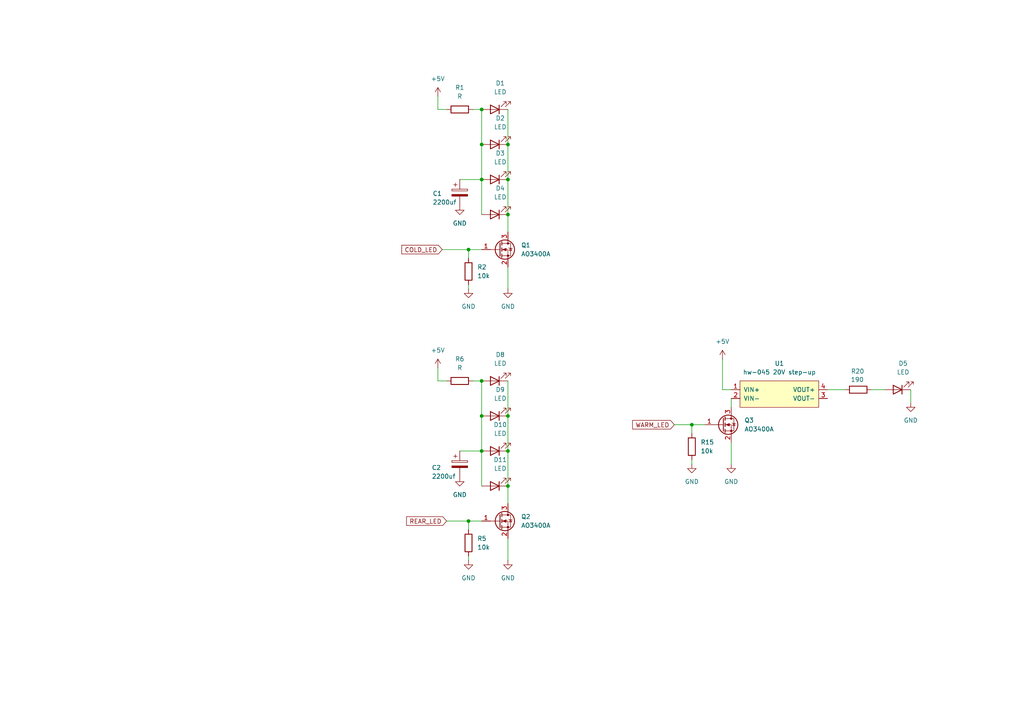
<source format=kicad_sch>
(kicad_sch (version 20231120) (generator "eeschema") (generator_version "8.0")
  (paper "A4")
  (lib_symbols
    (symbol "Device:C_Polarized" (pin_numbers hide) (pin_names (offset 0.254))
      (property "Reference" "C" (at 0.635 2.54 0))
      (property "Value" "C_Polarized" (at 0.635 -2.54 0))
      (symbol "C_Polarized_0_1"
        (rectangle (start -2.286 0.508) (end 2.286 1.016))
        (polyline (pts (xy -1.778 2.286) (xy -0.762 2.286)))
        (polyline (pts (xy -1.27 2.794) (xy -1.27 1.778)))
        (rectangle (start 2.286 -0.508) (end -2.286 -1.016) (fill (type outline)))
      )
      (symbol "C_Polarized_1_1"
        (pin passive line (at 0 3.81 270) (length 2.794) (name "~") (number "1"))
        (pin passive line (at 0 -3.81 90) (length 2.794) (name "~") (number "2"))
      )
    )
    (symbol "Device:LED" (pin_numbers hide) (pin_names (offset 1.016) hide)
      (property "Reference" "D" (at 0 2.54 0))
      (property "Value" "LED" (at 0 -2.54 0))
      (symbol "LED_0_1"
        (polyline (pts (xy -1.27 -1.27) (xy -1.27 1.27)) (stroke (width 0.254)))
        (polyline (pts (xy -1.27 0) (xy 1.27 0)))
        (polyline (pts (xy 1.27 -1.27) (xy 1.27 1.27) (xy -1.27 0) (xy 1.27 -1.27)) (stroke (width 0.254)))
        (polyline (pts (xy -3.048 -0.762) (xy -4.572 -2.286) (xy -3.81 -2.286) (xy -4.572 -2.286) (xy -4.572 -1.524)))
        (polyline (pts (xy -1.778 -0.762) (xy -3.302 -2.286) (xy -2.54 -2.286) (xy -3.302 -2.286) (xy -3.302 -1.524)))
      )
      (symbol "LED_1_1"
        (pin passive line (at -3.81 0 0) (length 2.54) (name "K") (number "1"))
        (pin passive line (at 3.81 0 180) (length 2.54) (name "A") (number "2"))
      )
    )
    (symbol "Device:R" (pin_numbers hide) (pin_names (offset 0))
      (property "Reference" "R" (at 2.032 0 90))
      (property "Value" "R" (at 0 0 90))
      (symbol "R_0_1"
        (rectangle (start -1.016 -2.54) (end 1.016 2.54) (stroke (width 0.254)))
      )
      (symbol "R_1_1"
        (pin passive line (at 0 3.81 270) (length 1.27) (name "~") (number "1"))
        (pin passive line (at 0 -3.81 90) (length 1.27) (name "~") (number "2"))
      )
    )
    (symbol "Transistor_FET:AO3400A" (pin_names hide)
      (property "Reference" "Q" (at 5.08 1.905 0))
      (property "Value" "AO3400A" (at 5.08 0 0))
      (symbol "AO3400A_0_1"
        (polyline (pts (xy 0.254 0) (xy -2.54 0)))
        (polyline (pts (xy 0.254 1.905) (xy 0.254 -1.905)) (stroke (width 0.254)))
        (polyline (pts (xy 0.762 -1.27) (xy 0.762 -2.286)) (stroke (width 0.254)))
        (polyline (pts (xy 0.762 0.508) (xy 0.762 -0.508)) (stroke (width 0.254)))
        (polyline (pts (xy 0.762 2.286) (xy 0.762 1.27)) (stroke (width 0.254)))
        (polyline (pts (xy 2.54 2.54) (xy 2.54 1.778)))
        (polyline (pts (xy 2.54 -2.54) (xy 2.54 0) (xy 0.762 0)))
        (polyline (pts (xy 0.762 -1.778) (xy 3.302 -1.778) (xy 3.302 1.778) (xy 0.762 1.778)))
        (polyline (pts (xy 1.016 0) (xy 2.032 0.381) (xy 2.032 -0.381) (xy 1.016 0)) (fill (type outline)))
        (polyline (pts (xy 2.794 0.508) (xy 2.921 0.381) (xy 3.683 0.381) (xy 3.81 0.254)))
        (polyline (pts (xy 3.302 0.381) (xy 2.921 -0.254) (xy 3.683 -0.254) (xy 3.302 0.381)))
        (circle (center 1.651 0) (radius 2.794) (stroke (width 0.254)))
        (circle (center 2.54 -1.778) (radius 0.254) (fill (type outline)))
        (circle (center 2.54 1.778) (radius 0.254) (fill (type outline)))
      )
      (symbol "AO3400A_1_1"
        (pin input line (at -5.08 0 0) (length 2.54) (name "G") (number "1"))
        (pin passive line (at 2.54 -5.08 90) (length 2.54) (name "S") (number "2"))
        (pin passive line (at 2.54 5.08 270) (length 2.54) (name "D") (number "3"))
      )
    )
    (symbol "hw-045:hw-045" (pin_names (offset 1.016))
      (property "Reference" "U1" (at 1.27 10.16 0))
      (property "Value" "hw-045" (at 1.27 7.62 0))
      (symbol "hw-045_0_1"
        (rectangle (start -10.16 5.08) (end 12.7 -2.54) (fill (type background)))
      )
      (symbol "hw-045_1_1"
        (pin input line (at -12.7 2.54 0) (length 2.54) (name "VIN+") (number "1"))
        (pin input line (at -12.7 0 0) (length 2.54) (name "VIN-") (number "2"))
        (pin output line (at 15.24 0 180) (length 2.54) (name "VOUT-") (number "3"))
        (pin output line (at 15.24 2.54 180) (length 2.54) (name "VOUT+") (number "4"))
      )
    )
    (symbol "power:+5V" (power) (pin_numbers hide) (pin_names (offset 0) hide)
      (property "Value" "+5V" (at 0 3.556 0))
      (symbol "+5V_0_1"
        (polyline (pts (xy -0.762 1.27) (xy 0 2.54)))
        (polyline (pts (xy 0 0) (xy 0 2.54)))
        (polyline (pts (xy 0 2.54) (xy 0.762 1.27)))
      )
      (symbol "+5V_1_1"
        (pin power_in line (at 0 0 90) (length 0) (name "~") (number "1"))
      )
    )
    (symbol "power:GND" (power) (pin_numbers hide) (pin_names (offset 0) hide)
      (property "Value" "GND" (at 0 -3.81 0))
      (symbol "GND_0_1"
        (polyline (pts (xy 0 0) (xy 0 -1.27) (xy 1.27 -1.27) (xy 0 -2.54) (xy -1.27 -1.27) (xy 0 -1.27)))
      )
      (symbol "GND_1_1"
        (pin power_in line (at 0 0 270) (length 0) (name "~") (number "1"))
      )
    )
  )
  (junction (at 147.32 120.65))
  (junction (at 147.32 130.81))
  (junction (at 139.7 31.75))
  (junction (at 139.7 52.07))
  (junction (at 139.7 110.49))
  (junction (at 135.89 151.13))
  (junction (at 135.89 72.39))
  (junction (at 147.32 41.91))
  (junction (at 139.7 130.81))
  (junction (at 139.7 41.91))
  (junction (at 147.32 62.23))
  (junction (at 147.32 52.07))
  (junction (at 200.66 123.19))
  (junction (at 139.7 120.65))
  (junction (at 147.32 140.97))
  (wire (pts (xy 129.54 31.75) (xy 127 31.75)))
  (wire (pts (xy 200.66 133.35) (xy 200.66 134.62)))
  (wire (pts (xy 200.66 123.19) (xy 204.47 123.19)))
  (wire (pts (xy 147.32 41.91) (xy 147.32 52.07)))
  (wire (pts (xy 147.32 162.56) (xy 147.32 156.21)))
  (wire (pts (xy 129.54 110.49) (xy 127 110.49)))
  (wire (pts (xy 127 31.75) (xy 127 27.94)))
  (wire (pts (xy 209.55 104.14) (xy 209.55 113.03)))
  (wire (pts (xy 212.09 115.57) (xy 212.09 118.11)))
  (wire (pts (xy 147.32 31.75) (xy 147.32 41.91)))
  (wire (pts (xy 209.55 113.03) (xy 212.09 113.03)))
  (wire (pts (xy 147.32 146.05) (xy 147.32 140.97)))
  (wire (pts (xy 139.7 31.75) (xy 139.7 41.91)))
  (wire (pts (xy 139.7 52.07) (xy 139.7 62.23)))
  (wire (pts (xy 129.54 151.13) (xy 135.89 151.13)))
  (wire (pts (xy 137.16 31.75) (xy 139.7 31.75)))
  (wire (pts (xy 127 110.49) (xy 127 106.68)))
  (wire (pts (xy 137.16 110.49) (xy 139.7 110.49)))
  (wire (pts (xy 200.66 125.73) (xy 200.66 123.19)))
  (wire (pts (xy 135.89 82.55) (xy 135.89 83.82)))
  (wire (pts (xy 139.7 41.91) (xy 139.7 52.07)))
  (wire (pts (xy 240.03 113.03) (xy 245.11 113.03)))
  (wire (pts (xy 133.35 52.07) (xy 139.7 52.07)))
  (wire (pts (xy 135.89 153.67) (xy 135.89 151.13)))
  (wire (pts (xy 128.27 72.39) (xy 135.89 72.39)))
  (wire (pts (xy 133.35 130.81) (xy 139.7 130.81)))
  (wire (pts (xy 147.32 130.81) (xy 147.32 140.97)))
  (wire (pts (xy 212.09 134.62) (xy 212.09 128.27)))
  (wire (pts (xy 147.32 110.49) (xy 147.32 120.65)))
  (wire (pts (xy 147.32 120.65) (xy 147.32 130.81)))
  (wire (pts (xy 135.89 151.13) (xy 139.7 151.13)))
  (wire (pts (xy 264.16 113.03) (xy 264.16 116.84)))
  (wire (pts (xy 139.7 110.49) (xy 139.7 120.65)))
  (wire (pts (xy 147.32 67.31) (xy 147.32 62.23)))
  (wire (pts (xy 147.32 83.82) (xy 147.32 77.47)))
  (wire (pts (xy 195.58 123.19) (xy 200.66 123.19)))
  (wire (pts (xy 147.32 52.07) (xy 147.32 62.23)))
  (wire (pts (xy 135.89 161.29) (xy 135.89 162.56)))
  (wire (pts (xy 139.7 130.81) (xy 139.7 140.97)))
  (wire (pts (xy 135.89 72.39) (xy 139.7 72.39)))
  (wire (pts (xy 252.73 113.03) (xy 256.54 113.03)))
  (wire (pts (xy 139.7 120.65) (xy 139.7 130.81)))
  (wire (pts (xy 135.89 74.93) (xy 135.89 72.39)))
  (global_label "COLD_LED" (shape input) (at 128.27 72.39 180) (property "Intersheetrefs" "${INTERSHEET_REFS}" (effects (hide yes))))
  (global_label "REAR_LED" (shape input) (at 129.54 151.13 180) (property "Intersheetrefs" "${INTERSHEET_REFS}" (effects (hide yes))))
  (global_label "WARM_LED" (shape input) (at 195.58 123.19 180) (property "Intersheetrefs" "${INTERSHEET_REFS}" (effects (hide yes))))
  (symbol (lib_id "Device:R") (at 200.66 129.54 180) (unit 1)
    (property "Reference" "R15" (at 203.2 128.2699 0) (effects (justify right)))
    (property "Value" "10k" (at 203.2 130.8099 0) (effects (justify right)))
    (property "Description" "Resistor" (effects (hide yes)))
  )
  (symbol (lib_id "power:GND") (at 133.35 59.69 0) (unit 1)
    (property "Reference" "#PWR06" (effects (hide yes)))
    (property "Value" "GND" (at 133.35 64.77 0))
    (property "Description" "Power symbol creates a global label with name \"GND\" , ground" (effects (hide yes)))
  )
  (symbol (lib_id "power:+5V") (at 127 27.94 0) (unit 1)
    (property "Reference" "#PWR01" (effects (hide yes)))
    (property "Value" "+5V" (at 127 22.86 0))
    (property "Description" "Power symbol creates a global label with name \"+5V\"" (effects (hide yes)))
  )
  (symbol (lib_id "Device:LED") (at 260.35 113.03 180) (unit 1)
    (property "Reference" "D5" (at 261.9375 105.41 0))
    (property "Value" "LED" (at 261.9375 107.95 0))
    (property "Description" "Light emitting diode" (effects (hide yes)))
  )
  (symbol (lib_id "Transistor_FET:AO3400A") (at 209.55 123.19 0) (unit 1)
    (property "Reference" "Q3" (at 215.9 121.9199 0) (effects (justify left)))
    (property "Value" "AO3400A" (at 215.9 124.4599 0) (effects (justify left)))
    (property "Footprint" "Package_TO_SOT_SMD:SOT-23" (effects (hide yes)))
    (property "Datasheet" "http://www.aosmd.com/pdfs/datasheet/AO3400A.pdf" (effects (hide yes)))
    (property "Description" "30V Vds, 5.7A Id, N-Channel MOSFET, SOT-23" (effects (hide yes)))
  )
  (symbol (lib_id "Device:LED") (at 143.51 130.81 180) (unit 1)
    (property "Reference" "D10" (at 145.0975 123.19 0))
    (property "Value" "LED" (at 145.0975 125.73 0))
    (property "Description" "Light emitting diode" (effects (hide yes)))
  )
  (symbol (lib_id "Device:R") (at 135.89 78.74 180) (unit 1)
    (property "Reference" "R2" (at 138.43 77.4699 0) (effects (justify right)))
    (property "Value" "10k" (at 138.43 80.0099 0) (effects (justify right)))
    (property "Description" "Resistor" (effects (hide yes)))
  )
  (symbol (lib_id "power:+5V") (at 127 106.68 0) (unit 1)
    (property "Reference" "#PWR09" (effects (hide yes)))
    (property "Value" "+5V" (at 127 101.6 0))
    (property "Description" "Power symbol creates a global label with name \"+5V\"" (effects (hide yes)))
  )
  (symbol (lib_id "Device:LED") (at 143.51 62.23 180) (unit 1)
    (property "Reference" "D4" (at 145.0975 54.61 0))
    (property "Value" "LED" (at 145.0975 57.15 0))
    (property "Description" "Light emitting diode" (effects (hide yes)))
  )
  (symbol (lib_id "Device:LED") (at 143.51 41.91 180) (unit 1)
    (property "Reference" "D2" (at 145.0975 34.29 0))
    (property "Value" "LED" (at 145.0975 36.83 0))
    (property "Description" "Light emitting diode" (effects (hide yes)))
  )
  (symbol (lib_id "Transistor_FET:AO3400A") (at 144.78 151.13 0) (unit 1)
    (property "Reference" "Q2" (at 151.13 149.8599 0) (effects (justify left)))
    (property "Value" "AO3400A" (at 151.13 152.3999 0) (effects (justify left)))
    (property "Footprint" "Package_TO_SOT_SMD:SOT-23" (effects (hide yes)))
    (property "Datasheet" "http://www.aosmd.com/pdfs/datasheet/AO3400A.pdf" (effects (hide yes)))
    (property "Description" "30V Vds, 5.7A Id, N-Channel MOSFET, SOT-23" (effects (hide yes)))
  )
  (symbol (lib_id "power:+5V") (at 209.55 104.14 0) (unit 1)
    (property "Reference" "#PWR034" (effects (hide yes)))
    (property "Value" "+5V" (at 209.55 99.06 0))
    (property "Description" "Power symbol creates a global label with name \"+5V\"" (effects (hide yes)))
  )
  (symbol (lib_id "Device:LED") (at 143.51 140.97 180) (unit 1)
    (property "Reference" "D11" (at 145.0975 133.35 0))
    (property "Value" "LED" (at 145.0975 135.89 0))
    (property "Description" "Light emitting diode" (effects (hide yes)))
  )
  (symbol (lib_id "power:GND") (at 212.09 134.62 0) (unit 1)
    (property "Reference" "#PWR02" (effects (hide yes)))
    (property "Value" "GND" (at 212.09 139.7 0))
    (property "Description" "Power symbol creates a global label with name \"GND\" , ground" (effects (hide yes)))
  )
  (symbol (lib_id "Device:C_Polarized") (at 133.35 55.88 0) (unit 1)
    (property "Reference" "C1" (at 125.476 56.134 0) (effects (justify left)))
    (property "Value" "2200uf" (at 125.476 58.674 0) (effects (justify left)))
    (property "Description" "Polarized capacitor" (effects (hide yes)))
  )
  (symbol (lib_id "hw-045:hw-045") (at 224.79 115.57 0) (unit 1)
    (property "Reference" "U1" (at 226.06 105.41 0))
    (property "Value" "hw-045 20V step-up" (at 226.06 107.95 0))
  )
  (symbol (lib_id "Transistor_FET:AO3400A") (at 144.78 72.39 0) (unit 1)
    (property "Reference" "Q1" (at 151.13 71.1199 0) (effects (justify left)))
    (property "Value" "AO3400A" (at 151.13 73.6599 0) (effects (justify left)))
    (property "Footprint" "Package_TO_SOT_SMD:SOT-23" (effects (hide yes)))
    (property "Datasheet" "http://www.aosmd.com/pdfs/datasheet/AO3400A.pdf" (effects (hide yes)))
    (property "Description" "30V Vds, 5.7A Id, N-Channel MOSFET, SOT-23" (effects (hide yes)))
  )
  (symbol (lib_id "Device:R") (at 133.35 31.75 90) (unit 1)
    (property "Reference" "R1" (at 133.35 25.4 90))
    (property "Value" "R" (at 133.35 27.94 90))
    (property "Footprint" "Resistor_SMD:R_0805_2012Metric" (effects (hide yes)))
    (property "Description" "Resistor" (effects (hide yes)))
  )
  (symbol (lib_id "power:GND") (at 135.89 162.56 0) (unit 1)
    (property "Reference" "#PWR010" (effects (hide yes)))
    (property "Value" "GND" (at 135.89 167.64 0))
    (property "Description" "Power symbol creates a global label with name \"GND\" , ground" (effects (hide yes)))
  )
  (symbol (lib_id "Device:R") (at 133.35 110.49 90) (unit 1)
    (property "Reference" "R6" (at 133.35 104.14 90))
    (property "Value" "R" (at 133.35 106.68 90))
    (property "Description" "Resistor" (effects (hide yes)))
  )
  (symbol (lib_id "Device:LED") (at 143.51 52.07 180) (unit 1)
    (property "Reference" "D3" (at 145.0975 44.45 0))
    (property "Value" "LED" (at 145.0975 46.99 0))
    (property "Description" "Light emitting diode" (effects (hide yes)))
  )
  (symbol (lib_id "Device:LED") (at 143.51 110.49 180) (unit 1)
    (property "Reference" "D8" (at 145.0975 102.87 0))
    (property "Value" "LED" (at 145.0975 105.41 0))
    (property "Description" "Light emitting diode" (effects (hide yes)))
  )
  (symbol (lib_id "Device:R") (at 135.89 157.48 180) (unit 1)
    (property "Reference" "R5" (at 138.43 156.2099 0) (effects (justify right)))
    (property "Value" "10k" (at 138.43 158.7499 0) (effects (justify right)))
    (property "Description" "Resistor" (effects (hide yes)))
  )
  (symbol (lib_id "Device:C_Polarized") (at 133.35 134.62 0) (unit 1)
    (property "Reference" "C2" (at 125.222 135.636 0) (effects (justify left)))
    (property "Value" "2200uf" (at 125.222 138.176 0) (effects (justify left)))
    (property "Description" "Polarized capacitor" (effects (hide yes)))
  )
  (symbol (lib_id "power:GND") (at 264.16 116.84 0) (unit 1)
    (property "Reference" "#PWR018" (effects (hide yes)))
    (property "Value" "GND" (at 264.16 121.92 0))
    (property "Description" "Power symbol creates a global label with name \"GND\" , ground" (effects (hide yes)))
  )
  (symbol (lib_id "power:GND") (at 147.32 162.56 0) (unit 1)
    (property "Reference" "#PWR012" (effects (hide yes)))
    (property "Value" "GND" (at 147.32 167.64 0))
    (property "Description" "Power symbol creates a global label with name \"GND\" , ground" (effects (hide yes)))
  )
  (symbol (lib_id "power:GND") (at 200.66 134.62 0) (unit 1)
    (property "Reference" "#PWR035" (effects (hide yes)))
    (property "Value" "GND" (at 200.66 139.7 0))
    (property "Description" "Power symbol creates a global label with name \"GND\" , ground" (effects (hide yes)))
  )
  (symbol (lib_id "Device:LED") (at 143.51 31.75 180) (unit 1)
    (property "Reference" "D1" (at 145.0975 24.13 0))
    (property "Value" "LED" (at 145.0975 26.67 0))
    (property "Description" "Light emitting diode" (effects (hide yes)))
  )
  (symbol (lib_id "power:GND") (at 135.89 83.82 0) (unit 1)
    (property "Reference" "#PWR05" (effects (hide yes)))
    (property "Value" "GND" (at 135.89 88.9 0))
    (property "Description" "Power symbol creates a global label with name \"GND\" , ground" (effects (hide yes)))
  )
  (symbol (lib_id "power:GND") (at 147.32 83.82 0) (unit 1)
    (property "Reference" "#PWR03" (effects (hide yes)))
    (property "Value" "GND" (at 147.32 88.9 0))
    (property "Description" "Power symbol creates a global label with name \"GND\" , ground" (effects (hide yes)))
  )
  (symbol (lib_id "power:GND") (at 133.35 138.43 0) (unit 1)
    (property "Reference" "#PWR08" (effects (hide yes)))
    (property "Value" "GND" (at 133.35 143.51 0))
    (property "Description" "Power symbol creates a global label with name \"GND\" , ground" (effects (hide yes)))
  )
  (symbol (lib_id "Device:LED") (at 143.51 120.65 180) (unit 1)
    (property "Reference" "D9" (at 145.0975 113.03 0))
    (property "Value" "LED" (at 145.0975 115.57 0))
    (property "Description" "Light emitting diode" (effects (hide yes)))
  )
  (symbol (lib_id "Device:R") (at 248.92 113.03 90) (unit 1)
    (property "Reference" "R20" (at 250.698 107.696 90) (effects (justify left)))
    (property "Value" "190" (at 250.571 110.1091 90) (effects (justify left)))
    (property "Description" "Resistor" (effects (hide yes)))
  )
)
</source>
